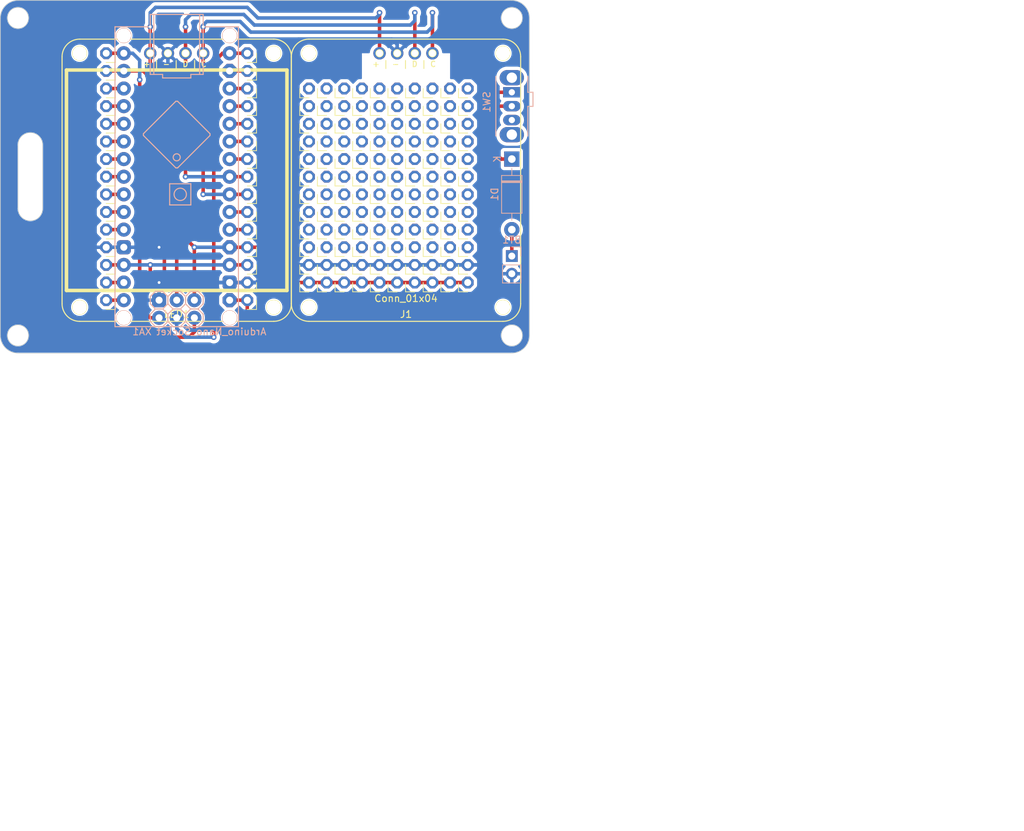
<source format=kicad_pcb>
(kicad_pcb (version 20221018) (generator pcbnew)
  (title_block (title "8x8_Badge") (date "2023-04-10") (rev "V1") (company "Maker's Asylum"))
  (layers (0 "F.Cu" signal) (31 "B.Cu" signal) (34 "B.Paste" user) (35 "F.Paste" user) (36 "B.SilkS" user "B.Silkscreen") (37 "F.SilkS" user "F.Silkscreen") (38 "B.Mask" user) (39 "F.Mask" user) (44 "Edge.Cuts" user))
  (net 0 "")
  (net 1 "/GND")
  (net 2 "/SCL")
  (net 3 "/SDA")
  (net 4 "/5V")
  (net 5 "/D2")
  (net 6 "/D3")
  (net 7 "/D4")
  (net 8 "/D5")
  (net 9 "/D6")
  (net 10 "/D7")
  (net 11 "/D8")
  (net 12 "/D9")
  (net 13 "/D10")
  (net 14 "/MOSI")
  (net 15 "/MISO")
  (net 16 "/SCK")
  (net 17 "/RST1")
  (net 18 "/D0")
  (net 19 "/D1")
  (net 20 "/A7")
  (net 21 "/A6")
  (net 22 "/A3")
  (net 23 "/A2")
  (net 24 "/A1")
  (net 25 "/A0")
  (net 26 "/AREF")
  (net 27 "/3V3")
  (net 28 "/VIN")
  (net 29 "/9V")
  (net 30 "/8V3")
  (footprint "BagTag:PinHeader_1x01_P2.54mm_Vertical" (layer "F.Cu") (at 102.87 71.12 90)
    (fp_text reference "J135" hide)
    (fp_text value "Conn_01x01" hide)
  )
  (footprint "BagTag:PinHeader_1x01_P2.54mm_Vertical" (layer "F.Cu") (at 118.11 91.44 90)
    (fp_text reference "J61" hide)
    (fp_text value "Conn_01x01" hide)
  )
  (footprint "BagTag:PinHeader_1x01_P2.54mm_Vertical" (layer "F.Cu") (at 115.57 93.98 90)
    (fp_text reference "J50" hide)
    (fp_text value "Conn_01x01" hide)
  )
  (footprint "BagTag:PinHeader_1x01_P2.54mm_Vertical" (layer "F.Cu") (at 66.04 88.9 180)
    (fp_text reference "J2" hide)
    (fp_text value "Conn_01x01_Pin" hide)
  )
  (footprint "BagTag:PinHeader_1x01_P2.54mm_Vertical" (layer "F.Cu") (at 115.57 71.12 90)
    (fp_text reference "J140" hide)
    (fp_text value "Conn_01x01" hide)
  )
  (footprint "BagTag:PinHeader_1x01_P2.54mm_Vertical" (layer "F.Cu") (at 100.33 73.66 90)
    (fp_text reference "J124" hide)
    (fp_text value "Conn_01x01" hide)
  )
  (footprint "BagTag:PinHeader_1x01_P2.54mm_Vertical" (layer "F.Cu") (at 66.04 99.06 180)
    (fp_text reference "J17" hide)
    (fp_text value "Conn_01x01_Pin" hide)
  )
  (footprint "BagTag:PinHeader_1x01_P2.54mm_Vertical" (layer "F.Cu") (at 100.33 93.98 90)
    (fp_text reference "J44" hide)
    (fp_text value "Conn_01x01" hide)
  )
  (footprint "BagTag:PinHeader_1x01_P2.54mm_Vertical" (layer "F.Cu") (at 113.03 88.9 90)
    (fp_text reference "J69" hide)
    (fp_text value "Conn_01x01" hide)
  )
  (footprint "BagTag:PinHeader_1x01_P2.54mm_Vertical" (layer "F.Cu") (at 97.79 86.36 90)
    (fp_text reference "J73" hide)
    (fp_text value "Conn_01x01" hide)
  )
  (footprint "BagTag:PinHeader_1x01_P2.54mm_Vertical" (layer "F.Cu") (at 66.04 68.58 180)
    (fp_text reference "J10" hide)
    (fp_text value "Conn_01x01_Pin" hide)
  )
  (footprint "BagTag:PinHeader_1x01_P2.54mm_Vertical" (layer "F.Cu") (at 113.03 91.44 90)
    (fp_text reference "J59" hide)
    (fp_text value "Conn_01x01" hide)
  )
  (footprint "BagTag:PinHeader_1x01_P2.54mm_Vertical" (layer "F.Cu") (at 118.11 96.52 90)
    (fp_text reference "J41" hide)
    (fp_text value "Conn_01x01" hide)
  )
  (footprint "BagTag:PinHeader_1x01_P2.54mm_Vertical" (layer "F.Cu") (at 110.49 88.9 90)
    (fp_text reference "J68" hide)
    (fp_text value "Conn_01x01" hide)
  )
  (footprint "BagTag:PinHeader_1x01_P2.54mm_Vertical" (layer "F.Cu") (at 105.41 78.74 90)
    (fp_text reference "J106" hide)
    (fp_text value "Conn_01x01" hide)
  )
  (footprint "BagTag:PinHeader_1x01_P2.54mm_Vertical" (layer "F.Cu") (at 86.36 99.06 180)
    (fp_text reference "J27" hide)
    (fp_text value "Conn_01x01_Pin" hide)
  )
  (footprint "BagTag:PinHeader_1x01_P2.54mm_Vertical" (layer "F.Cu") (at 102.87 81.28 90)
    (fp_text reference "J95" hide)
    (fp_text value "Conn_01x01" hide)
  )
  (footprint "BagTag:PinHeader_1x01_P2.54mm_Vertical" (layer "F.Cu") (at 86.36 73.66 180)
    (fp_text reference "J24" hide)
    (fp_text value "Conn_01x01_Pin" hide)
  )
  (footprint "BagTag:PinHeader_1x01_P2.54mm_Vertical" (layer "F.Cu") (at 66.04 96.52 180)
    (fp_text reference "J16" hide)
    (fp_text value "Conn_01x01_Pin" hide)
  )
  (footprint "BagTag:PinHeader_1x01_P2.54mm_Vertical" (layer "F.Cu") (at 107.95 86.36 90)
    (fp_text reference "J77" hide)
    (fp_text value "Conn_01x01" hide)
  )
  (footprint "BagTag:PinHeader_1x01_P2.54mm_Vertical" (layer "F.Cu") (at 113.03 78.74 90)
    (fp_text reference "J109" hide)
    (fp_text value "Conn_01x01" hide)
  )
  (footprint "BagTag:PinHeader_1x01_P2.54mm_Vertical" (layer "F.Cu") (at 113.03 71.12 90)
    (fp_text reference "J139" hide)
    (fp_text value "Conn_01x01" hide)
  )
  (footprint "BagTag:PinHeader_1x01_P2.54mm_Vertical" (layer "F.Cu") (at 97.79 73.66 90)
    (fp_text reference "J123" hide)
    (fp_text value "Conn_01x01" hide)
  )
  (footprint "BagTag:PinHeader_1x01_P2.54mm_Vertical" (layer "F.Cu") (at 66.04 81.28 180)
    (fp_text reference "J5" hide)
    (fp_text value "Conn_01x01_Pin" hide)
  )
  (footprint "BagTag:PinHeader_1x01_P2.54mm_Vertical" (layer "F.Cu") (at 110.49 81.28 90)
    (fp_text reference "J98" hide)
    (fp_text value "Conn_01x01" hide)
  )
  (footprint "BagTag:PinHeader_1x01_P2.54mm_Vertical" (layer "F.Cu") (at 102.87 83.82 90)
    (fp_text reference "J85" hide)
    (fp_text value "Conn_01x01" hide)
  )
  (footprint "BagTag:PinHeader_1x01_P2.54mm_Vertical" (layer "F.Cu") (at 110.49 86.36 90)
    (fp_text reference "J78" hide)
    (fp_text value "Conn_01x01" hide)
  )
  (footprint "BagTag:PinHeader_1x01_P2.54mm_Vertical" (layer "F.Cu") (at 95.25 81.28 90)
    (fp_text reference "J92" hide)
    (fp_text value "Conn_01x01" hide)
  )
  (footprint "BagTag:PinHeader_1x01_P2.54mm_Vertical" (layer "F.Cu") (at 105.41 68.58 90)
    (fp_text reference "J146" hide)
    (fp_text value "Conn_01x01" hide)
  )
  (footprint "BagTag:PinHeader_1x01_P2.54mm_Vertical" (layer "F.Cu") (at 66.04 63.5 180)
    (fp_text reference "J12" hide)
    (fp_text value "Conn_01x01_Pin" hide)
  )
  (footprint "BagTag:PinHeader_1x01_P2.54mm_Vertical" (layer "F.Cu") (at 100.33 86.36 90)
    (fp_text reference "J74" hide)
    (fp_text value "Conn_01x01" hide)
  )
  (footprint "BagTag:PinHeader_1x01_P2.54mm_Vertical" (layer "F.Cu") (at 110.49 91.44 90)
    (fp_text reference "J58" hide)
    (fp_text value "Conn_01x01" hide)
  )
  (footprint "BagTag:PinHeader_1x01_P2.54mm_Vertical" (layer "F.Cu") (at 115.57 73.66 90)
    (fp_text reference "J130" hide)
    (fp_text value "Conn_01x01" hide)
  )
  (footprint "BagTag:PinHeader_1x01_P2.54mm_Vertical" (layer "F.Cu") (at 113.03 81.28 90)
    (fp_text reference "J99" hide)
    (fp_text value "Conn_01x01" hide)
  )
  (footprint "BagTag:PinHeader_1x01_P2.54mm_Vertical" (layer "F.Cu") (at 107.95 78.74 90)
    (fp_text reference "J107" hide)
    (fp_text value "Conn_01x01" hide)
  )
  (footprint "BagTag:PinHeader_1x01_P2.54mm_Vertical" (layer "F.Cu") (at 107.95 76.2 90)
    (fp_text reference "J117" hide)
    (fp_text value "Conn_01x01" hide)
  )
  (footprint "BagTag:PinHeader_1x01_P2.54mm_Vertical" (layer "F.Cu") (at 115.57 91.44 90)
    (fp_text reference "J60" hide)
    (fp_text value "Conn_01x01" hide)
  )
  (footprint "BagTag:PinHeader_1x01_P2.54mm_Vertical" (layer "F.Cu") (at 100.33 68.58 90)
    (fp_text reference "J144" hide)
    (fp_text value "Conn_01x01" hide)
  )
  (footprint "BagTag:PinHeader_1x01_P2.54mm_Vertical" (layer "F.Cu") (at 66.04 86.36 180)
    (fp_text reference "J3" hide)
    (fp_text value "Conn_01x01_Pin" hide)
  )
  (footprint "BagTag:PinHeader_1x01_P2.54mm_Vertical" (layer "F.Cu") (at 97.79 76.2 90)
    (fp_text reference "J113" hide)
    (fp_text value "Conn_01x01" hide)
  )
  (footprint "BagTag:PinHeader_1x01_P2.54mm_Vertical" (layer "F.Cu") (at 115.57 83.82 90)
    (fp_text reference "J90" hide)
    (fp_text value "Conn_01x01" hide)
  )
  (footprint "BagTag:PinHeader_1x01_P2.54mm_Vertical" (layer "F.Cu") (at 105.41 96.52 90)
    (fp_text reference "J36" hide)
    (fp_text value "Conn_01x01" hide)
  )
  (footprint "BagTag:PinHeader_1x01_P2.54mm_Vertical" (layer "F.Cu") (at 113.03 73.66 90)
    (fp_text reference "J129" hide)
    (fp_text value "Conn_01x01" hide)
  )
  (footprint "BagTag:PinHeader_1x01_P2.54mm_Vertical" (layer "F.Cu") (at 107.95 73.66 90)
    (fp_text reference "J127" hide)
    (fp_text value "Conn_01x01" hide)
  )
  (footprint "BagTag:PinHeader_1x01_P2.54mm_Vertical" (layer "F.Cu") (at 105.41 71.12 90)
    (fp_text reference "J136" hide)
    (fp_text value "Conn_01x01" hide)
  )
  (footprint "BagTag:PinHeader_1x01_P2.54mm_Vertical" (layer "F.Cu") (at 66.04 93.98 180)
    (fp_text reference "J14" hide)
    (fp_text value "Conn_01x01_Pin" hide)
  )
  (footprint "BagTag:PinHeader_1x01_P2.54mm_Vertical" (layer "F.Cu") (at 107.95 68.58 90)
    (fp_text reference "J147" hide)
    (fp_text value "Conn_01x01" hide)
  )
  (footprint "BagTag:PinHeader_1x01_P2.54mm_Vertical" (layer "F.Cu") (at 66.04 91.44 180)
    (fp_text reference "J31" hide)
    (fp_text value "Conn_01x01_Pin" hide)
  )
  (footprint "BagTag:PinHeader_1x01_P2.54mm_Vertical" (layer "F.Cu") (at 107.95 83.82 90)
    (fp_text reference "J87" hide)
    (fp_text value "Conn_01x01" hide)
  )
  (footprint "BagTag:PinHeader_1x01_P2.54mm_Vertical" (layer "F.Cu") (at 105.41 88.9 90)
    (fp_text reference "J66" hide)
    (fp_text value "Conn_01x01" hide)
  )
  (footprint "BagTag:PinHeader_1x01_P2.54mm_Vertical" (layer "F.Cu") (at 110.49 68.58 90)
    (fp_text reference "J148" hide)
    (fp_text value "Conn_01x01" hide)
  )
  (footprint "BagTag:PinHeader_1x01_P2.54mm_Vertical" (layer "F.Cu") (at 105.41 76.2 90)
    (fp_text reference "J116" hide)
    (fp_text value "Conn_01x01" hide)
  )
  (footprint "BagTag:PinHeader_1x01_P2.54mm_Vertical" (layer "F.Cu") (at 95.25 73.66 90)
    (fp_text reference "J122" hide)
    (fp_text value "Conn_01x01" hide)
  )
  (footprint "BagTag:PinHeader_1x01_P2.54mm_Vertical" (layer "F.Cu") (at 113.03 76.2 90)
    (fp_text reference "J119" hide)
    (fp_text value "Conn_01x01" hide)
  )
  (footprint "BagTag:PinHeader_1x01_P2.54mm_Vertical" (layer "F.Cu") (at 97.79 71.12 90)
    (fp_text reference "J133" hide)
    (fp_text value "Conn_01x01" hide)
  )
  (footprint "BagTag:PinHeader_1x01_P2.54mm_Vertical" (layer "F.Cu") (at 95.25 68.58 90)
    (fp_text reference "J142" hide)
    (fp_text value "Conn_01x01" hide)
  )
  (footprint "BagTag:PinHeader_1x01_P2.54mm_Vertical" (layer "F.Cu") (at 110.49 76.2 90)
    (fp_text reference "J118" hide)
    (fp_text value "Conn_01x01" hide)
  )
  (footprint "BagTag:PinHeader_1x01_P2.54mm_Vertical" (layer "F.Cu") (at 86.36 91.44 180)
    (fp_text reference "J28" hide)
    (fp_text value "Conn_01x01_Pin" hide)
  )
  (footprint "BagTag:LED_matrix_8x8_proto" (layer "F.Cu") (at 109.22 63.5 -90)
    (fp_text reference "J1")
    (fp_text value "Conn_01x04")
  )
  (footprint "BagTag:PinHeader_1x01_P2.54mm_Vertical" (layer "F.Cu") (at 86.36 63.5 180)
    (fp_text reference "J13" hide)
    (fp_text value "Conn_01x01_Pin" hide)
  )
  (footprint "BagTag:LED_matrix_8x8" (layer "F.Cu") (at 76.2 63.5 -90)
    (fp_text reference "LED1")
    (fp_text value "~")
  )
  (footprint "BagTag:PinHeader_1x01_P2.54mm_Vertical" (layer "F.Cu") (at 102.87 93.98 90)
    (fp_text reference "J45" hide)
    (fp_text value "Conn_01x01" hide)
  )
  (footprint "BagTag:PinHeader_1x01_P2.54mm_Vertical" (layer "F.Cu") (at 110.49 83.82 90)
    (fp_text reference "J88" hide)
    (fp_text value "Conn_01x01" hide)
  )
  (footprint "BagTag:PinHeader_1x01_P2.54mm_Vertical" (layer "F.Cu") (at 102.87 73.66 90)
    (fp_text reference "J125" hide)
    (fp_text value "Conn_01x01" hide)
  )
  (footprint "BagTag:PinHeader_1x01_P2.54mm_Vertical" (layer "F.Cu") (at 107.95 91.44 90)
    (fp_text reference "J57" hide)
    (fp_text value "Conn_01x01" hide)
  )
  (footprint "BagTag:PinHeader_1x01_P2.54mm_Vertical" (layer "F.Cu") (at 86.36 88.9 180)
    (fp_text reference "J18" hide)
    (fp_text value "Conn_01x01_Pin" hide)
  )
  (footprint "BagTag:PinHeader_1x01_P2.54mm_Vertical" (layer "F.Cu") (at 113.03 93.98 90)
    (fp_text reference "J49" hide)
    (fp_text value "Conn_01x01" hide)
  )
  (footprint "BagTag:PinHeader_1x01_P2.54mm_Vertical" (layer "F.Cu") (at 118.11 93.98 90)
    (fp_text reference "J51" hide)
    (fp_text value "Conn_01x01" hide)
  )
  (footprint "BagTag:PinHeader_1x01_P2.54mm_Vertical" (layer "F.Cu") (at 105.41 83.82 90)
    (fp_text reference "J86" hide)
    (fp_text value "Conn_01x01" hide)
  )
  (footprint "BagTag:PinHeader_1x01_P2.54mm_Vertical" (layer "F.Cu") (at 97.79 81.28 90)
    (fp_text reference "J93" hide)
    (fp_text value "Conn_01x01" hide)
  )
  (footprint "BagTag:PinHeader_1x01_P2.54mm_Vertical" (layer "F.Cu") (at 95.25 91.44 90)
    (fp_text reference "J52" hide)
    (fp_text value "Conn_01x01" hide)
  )
  (footprint "BagTag:PinHeader_1x01_P2.54mm_Vertical" (layer "F.Cu") (at 118.11 88.9 90)
    (fp_text reference "J71" hide)
    (fp_text value "Conn_01x01" hide)
  )
  (footprint "BagTag:PinHeader_1x01_P2.54mm_Vertical" (layer "F.Cu") (at 115.57 81.28 90)
    (fp_text reference "J100" hide)
    (fp_text value "Conn_01x01" hide)
  )
  (footprint "BagTag:PinHeader_1x01_P2.54mm_Vertical" (layer "F.Cu") (at 86.36 68.58 180)
    (fp_text reference "J26" hide)
    (fp_text value "Conn_01x01_Pin" hide)
  )
  (footprint "BagTag:PinHeader_1x01_P2.54mm_Vertical" (layer "F.Cu") (at 115.57 86.36 90)
    (fp_text reference "J80" hide)
    (fp_text value "Conn_01x01" hide)
  )
  (footprint "BagTag:PinHeader_1x01_P2.54mm_Vertical" (layer "F.Cu") (at 118.11 86.36 90)
    (fp_text reference "J81" hide)
    (fp_text value "Conn_01x01" hide)
  )
  (footprint "BagTag:PinHeader_1x01_P2.54mm_Vertical" (layer "F.Cu") (at 118.11 73.66 90)
    (fp_text reference "J131" hide)
    (fp_text value "Conn_01x01" hide)
  )
  (footprint "BagTag:PinHeader_1x01_P2.54mm_Vertical" (layer "F.Cu") (at 95.25 76.2 90)
    (fp_text reference "J112" hide)
    (fp_text value "Conn_01x01" hide)
  )
  (footprint "BagTag:PinHeader_1x01_P2.54mm_Vertical" (layer "F.Cu") (at 95.25 83.82 90)
    (fp_text reference "J82" hide)
    (fp_text value "Conn_01x01" hide)
  )
  (footprint "BagTag:PinHeader_1x01_P2.54mm_Vertical" (layer "F.Cu") (at 118.11 78.74 90)
    (fp_text reference "J111" hide)
    (fp_text value "Conn_01x01" hide)
  )
  (footprint "BagTag:PinHeader_1x01_P2.54mm_Vertical" (layer "F.Cu") (at 100.33 83.82 90)
    (fp_text reference "J84" hide)
    (fp_text value "Conn_01x01" hide)
  )
  (footprint "BagTag:PinHeader_1x01_P2.54mm_Vertical" (layer "F.Cu") (at 110.49 73.66 90)
    (fp_text reference "J128" hide)
    (fp_text value "Conn_01x01" hide)
  )
  (footprint "BagTag:PinHeader_1x01_P2.54mm_Vertical" (layer "F.Cu") (at 102.87 91.44 90)
    (fp_text reference "J55" hide)
    (fp_text value "Conn_01x01" hide)
  )
  (footprint "BagTag:PinHeader_1x01_P2.54mm_Vertical" (layer "F.Cu") (at 100.33 71.12 90)
    (fp_text reference "J134" hide)
    (fp_text value "Conn_01x01" hide)
  )
  (footprint "BagTag:PinHeader_1x01_P2.54mm_Vertical" (layer "F.Cu") (at 102.87 68.58 90)
    (fp_text reference "J145" hide)
    (fp_text value "Conn_01x01" hide)
  )
  (footprint "BagTag:PinHeader_1x01_P2.54mm_Vertical" (layer "F.Cu") (at 100.33 88.9 90)
    (fp_text reference "J64" hide)
    (fp_text value "Conn_01x01" hide)
  )
  (footprint "BagTag:PinHeader_1x01_P2.54mm_Vertical" (layer "F.Cu") (at 118.11 71.12 90)
    (fp_text reference "J141" hide)
    (fp_text value "Conn_01x01" hide)
  )
  (footprint "BagTag:PinHeader_1x01_P2.54mm_Vertical" (layer "F.Cu") (at 107.95 93.98 90)
    (fp_text reference "J47" hide)
    (fp_text value "Conn_01x01" hide)
  )
  (footprint "BagTag:PinHeader_1x01_P2.54mm_Vertical" (layer "F.Cu") (at 86.36 81.28 180)
    (fp_text reference "J21" hide)
    (fp_text value "Conn_01x01_Pin" hide)
  )
  (footprint "BagTag:PinHeader_1x01_P2.54mm_Vertical" (layer "F.Cu") (at 100.33 76.2 90)
    (fp_text reference "J114" hide)
    (fp_text value "Conn_01x01" hide)
  )
  (footprint "BagTag:PinHeader_1x01_P2.54mm_Vertical" (layer "F.Cu") (at 97.79 83.82 90)
    (fp_text reference "J83" hide)
    (fp_text value "Conn_01x01" hide)
  )
  (footprint "BagTag:PinHeader_1x01_P2.54mm_Vertical" (layer "F.Cu") (at 66.04 71.12 180)
    (fp_text reference "J9" hide)
    (fp_text value "Conn_01x01_Pin" hide)
  )
  (footprint "BagTag:PinHeader_1x01_P2.54mm_Vertical" (layer "F.Cu") (at 66.04 83.82 180)
    (fp_text reference "J4" hide)
    (fp_text value "Conn_01x01_Pin" hide)
  )
  (footprint "BagTag:PinHeader_1x01_P2.54mm_Vertical" (layer "F.Cu") (at 97.79 91.44 90)
    (fp_text reference "J53" hide)
    (fp_text value "Conn_01x01" hide)
  )
  (footprint "BagTag:PinHeader_1x01_P2.54mm_Vertical" (layer "F.Cu") (at 100.33 81.28 90)
    (fp_text reference "J94" hide)
    (fp_text value "Conn_01x01" hide)
  )
  (footprint "BagTag:PinHeader_1x01_P2.54mm_Vertical" (layer "F.Cu") (at 105.41 91.44 90)
    (fp_text reference "J56" hide)
    (fp_text value "Conn_01x01" hide)
  )
  (footprint "BagTag:PinHeader_1x01_P2.54mm_Vertical" (layer "F.Cu") (at 86.36 93.98 180)
    (fp_text reference "J15" hide)
    (fp_text value "Conn_01x01_Pin" hide)
  )
  (footprint "BagTag:PinHeader_1x01_P2.54mm_Vertical" (layer "F.Cu") (at 107.95 96.52 90)
    (fp_text reference "J37" hide)
    (fp_text value "Conn_01x01" hide)
  )
  (footprint "BagTag:PinHeader_1x01_P2.54mm_Vertical" (layer "F.Cu") (at 66.04 73.66 180)
    (fp_text reference "J8" hide)
    (fp_text value "Conn_01x01_Pin" hide)
  )
  (footprint "BagTag:PinHeader_1x01_P2.54mm_Vertical" (layer "F.Cu") (at 113.03 83.82 90)
    (fp_text reference "J89" hide)
    (fp_text value "Conn_01x01" hide)
  )
  (footprint "BagTag:PinHeader_1x01_P2.54mm_Vertical" (layer "F.Cu") (at 105.41 93.98 90)
    (fp_text reference "J46" hide)
    (fp_text value "Conn_01x01" hide)
  )
  (footprint "BagTag:PinHeader_1x01_P2.54mm_Vertical" (layer "F.Cu") (at 95.25 93.98 90)
    (fp_text reference "J42" hide)
    (fp_text value "Conn_01x01" hide)
  )
  (footprint "BagTag:PinHeader_1x01_P2.54mm_Vertical" (layer "F.Cu") (at 86.36 96.52 180)
    (fp_text reference "J30" hide)
    (fp_text value "Conn_01x01_Pin" hide)
  )
  (footprint "BagTag:PinHeader_1x01_P2.54mm_Vertical" (layer "F.Cu") (at 86.36 71.12 180)
    (fp_text reference "J25" hide)
    (fp_text value "Conn_01x01_Pin" hide)
  )
  (footprint "BagTag:PinHeader_1x01_P2.54mm_Vertical" (layer "F.Cu") (at 95.25 88.9 90)
    (fp_text reference "J62" hide)
    (fp_text value "Conn_01x01" hide)
  )
  (footprint "BagTag:PinHeader_1x01_P2.54mm_Vertical" (layer "F.Cu") (at 100.33 96.52 90)
    (fp_text reference "J34" hide)
    (fp_text value "Conn_01x01" hide)
  )
  (footprint "BagTag:PinHeader_1x01_P2.54mm_Vertical" (layer "F.Cu") (at 118.11 83.82 90)
    (fp_text reference "J91" hide)
    (fp_text value "Conn_01x01" hide)
  )
  (footprint "BagTag:PinHeader_1x01_P2.54mm_Vertical" (layer "F.Cu") (at 107.95 71.12 90)
    (fp_text reference "J137" hide)
    (fp_text value "Conn_01x01" hide)
  )
  (footprint "BagTag:PinHeader_1x01_P2.54mm_Vertical" (layer "F.Cu") (at 102.87 96.52 90)
    (fp_text reference "J35" hide)
    (fp_text value "Conn_01x01" hide)
  )
  (footprint "BagTag:PinHeader_1x01_P2.54mm_Vertical" (layer "F.Cu") (at 118.11 68.58 90)
    (fp_text reference "J151" hide)
    (fp_text value "Conn_01x01" hide)
  )
  (footprint "BagTag:PinHeader_1x01_P2.54mm_Vertical" (layer "F.Cu") (at 110.49 71.12 90)
    (fp_text reference "J138" hide)
    (fp_text value "Conn_01x01" hide)
  )
  (footprint "BagTag:PinHeader_1x01_P2.54mm_Vertical" (layer "F.Cu") (at 86.36 86.36 180)
    (fp_text reference "J19" hide)
    (fp_text value "Conn_01x01_Pin" hide)
  )
  (footprint "BagTag:PinHeader_1x01_P2.54mm_Vertical" (layer "F.Cu") (at 97.79 96.52 90)
    (fp_text reference "J33" hide)
    (fp_text value "Conn_01x01" hide)
  )
  (footprint "BagTag:PinHeader_1x01_P2.54mm_Vertical" (layer "F.Cu") (at 97.79 78.74 90)
    (fp_text reference "J103" hide)
    (fp_text value "Conn_01x01" hide)
  )
  (footprint "BagTag:PinHeader_1x01_P2.54mm_Vertical" (layer "F.Cu") (at 97.79 93.98 90)
    (fp_text reference "J43" hide)
    (fp_text value "Conn_01x01" hide)
  )
  (footprint "BagTag:PinHeader_1x01_P2.54mm_Vertical" (layer "F.Cu") (at 107.95 88.9 90)
    (fp_text reference "J67" hide)
    (fp_text value "Conn_01x01" hide)
  )
  (footprint "BagTag:PinHeader_1x01_P2.54mm_Vertical" (layer "F.Cu") (at 86.36 66.04 180)
    (fp_text reference "J29" hide)
    (fp_text value "Conn_01x01_Pin" hide)
  )
  (footprint "BagTag:PinHeader_1x01_P2.54mm_Vertical" (layer "F.Cu") (at 86.36 78.74 180)
    (fp_text reference "J22" hide)
    (fp_text value "Conn_01x01_Pin" hide)
  )
  (footprint "BagTag:PinHeader_1x01_P2.54mm_Vertical" (layer "F.Cu") (at 115.57 96.52 90)
    (fp_text reference "J40" hide)
    (fp_text value "Conn_01x01" hide)
  )
  (footprint "BagTag:PinHeader_1x01_P2.54mm_Vertical" (layer "F.Cu") (at 115.57 88.9 90)
    (fp_text reference "J70" hide)
    (fp_text value "Conn_01x01" hide)
  )
  (footprint "BagTag:PinHeader_1x01_P2.54mm_Vertical" (layer "F.Cu") (at 95.25 78.74 90)
    (fp_text reference "J102" hide)
    (fp_text value "Conn_01x01" hide)
  )
  (footprint "BagTag:PinHeader_1x01_P2.54mm_Vertical" (layer "F.Cu") (at 97.79 68.58 90)
    (fp_text reference "J143" hide)
    (fp_text value "Conn_01x01" hide)
  )
  (footprint "BagTag:PinHeader_1x01_P2.54mm_Vertical" (layer "F.Cu") (at 102.87 78.74 90)
    (fp_text reference "J105" hide)
    (fp_text value "Conn_01x01" hide)
  )
  (footprint "BagTag:PinHeader_1x01_P2.54mm_Vertical" (layer "F.Cu") (at 66.04 76.2 180)
    (fp_text reference "J7" hide)
    (fp_text value "Conn_01x01_Pin" hide)
  )
  (footprint "BagTag:PinHeader_1x01_P2.54mm_Vertical" (layer "F.Cu") (at 115.57 76.2 90)
    (fp_text reference "J120" hide)
    (fp_text value "Conn_01x01" hide)
  )
  (footprint "BagTag:PinHeader_1x01_P2.54mm_Vertical" (layer "F.Cu") (at 113.03 68.58 90)
    (fp_text reference "J149" hide)
    (fp_text value "Conn_01x01" hide)
  )
  (footprint "BagTag:PinHeader_1x01_P2.54mm_Vertical" (layer "F.Cu") (at 110.49 96.52 90)
    (fp_text reference "J38" hide)
    (fp_text value "Conn_01x01" hide)
  )
  (footprint "BagTag:PinHeader_1x01_P2.54mm_Vertical" (layer "F.Cu") (at 118.11 76.2 90)
    (fp_text reference "J121" hide)
    (fp_text value "Conn_01x01" hide)
  )
  (footprint "BagTag:PinHeader_1x01_P2.54mm_Vertical" (layer "F.Cu") (at 100.33 78.74 90)
    (fp_text reference "J104" hide)
    (fp_text value "Conn_01x01" hide)
  )
  (footprint "BagTag:PinHeader_1x01_P2.54mm_Vertical" (layer "F.Cu") (at 105.41 81.28 90)
    (fp_text reference "J96" hide)
    (fp_text value "Conn_01x01" hide)
  )
  (footprint "BagTag:PinHeader_1x01_P2.54mm_Vertical" (layer "F.Cu") (at 100.33 91.44 90)
    (fp_text reference "J54" hide)
    (fp_text value "Conn_01x01" hide)
  )
  (footprint "BagTag:PinHeader_1x01_P2.54mm_Vertical" (layer "F.Cu") (at 105.41 73.66 90)
    (fp_text reference "J126" hide)
    (fp_text value "Conn_01x01" hide)
  )
  (footprint "BagTag:PinHeader_1x01_P2.54mm_Vertical" (layer "F.Cu") (at 113.03 96.52 90)
    (fp_text reference "J39" hide)
    (fp_text value "Conn_01x01" hide)
  )
  (footprint "BagTag:PinHeader_1x01_P2.54mm_Vertical" (layer "F.Cu") (at 107.95 81.28 90)
    (fp_text reference "J97" hide)
    (fp_text value "Conn_01x01" hide)
  )
  (footprint "BagTag:PinHeader_1x01_P2.54mm_Vertical" (layer "F.Cu") (at 110.49 93.98 90)
    (fp_text reference "J48" hide)
    (fp_text value "Conn_01x01" hide)
  )
  (footprint "BagTag:PinHeader_1x01_P2.54mm_Vertical" (layer "F.Cu") (at 115.57 78.74 90)
    (fp_text reference "J110" hide)
    (fp_text value "Conn_01x01" hide)
  )
  (footprint "BagTag:PinHeader_1x01_P2.54mm_Vertical" (layer "F.Cu") (at 115.57 68.58 90)
    (fp_text reference "J150" hide)
    (fp_text value "Conn_01x01" hide)
  )
  (footprint "BagTag:PinHeader_1x01_P2.54mm_Vertical" (layer "F.Cu") (at 97.79 88.9 90)
    (fp_text reference "J63" hide)
    (fp_text value "Conn_01x01" hide)
  )
  (footprint "BagTag:PinHeader_1x01_P2.54mm_Vertical" (layer "F.Cu") (at 86.36 83.82 180)
    (fp_text reference "J20" hide)
    (fp_text value "Conn_01x01_Pin" hide)
  )
  (footprint "BagTag:PinHeader_1x01_P2.54mm_Vertical" (layer "F.Cu") (at 110.49 78.74 90)
    (fp_text reference "J108" hide)
    (fp_text value "Conn_01x01" hide)
  )
  (footprint "BagTag:PinHeader_1x01_P2.54mm_Vertical" (layer "F.Cu") (at 118.11 81.28 90)
    (fp_text reference "J101" hide)
    (fp_text value "Conn_01x01" hide)
  )
  (footprint "BagTag:PinHeader_1x01_P2.54mm_Vertical" (layer "F.Cu") (at 102.87 86.36 90)
    (fp_text reference "J75" hide)
    (fp_text value "Conn_01x01" hide)
  )
  (footprint "BagTag:PinHeader_1x01_P2.54mm_Vertical" (layer "F.Cu") (at 86.36 76.2 180)
    (fp_text reference "J23" hide)
    (fp_text value "Conn_01x01_Pin" hide)
  )
  (footprint "BagTag:PinHeader_1x01_P2.54mm_Vertical" (layer "F.Cu") (at 66.04 78.74 180)
    (fp_text reference "J6" hide)
    (fp_text value "Conn_01x01_Pin" hide)
  )
  (footprint "BagTag:PinHeader_1x01_P2.54mm_Vertical" (layer "F.Cu") (at 102.87 88.9 90)
    (fp_text reference "J65" hide)
    (fp_text value "Conn_01x01" hide)
  )
  (footprint "BagTag:PinHeader_1x01_P2.54mm_Vertical" (layer "F.Cu") (at 95.25 71.12 90)
    (fp_text reference "J132" hide)
    (fp_text value "Conn_01x01" hide)
  )
  (footprint "BagTag:PinHeader_1x01_P2.54mm_Vertical" (layer "F.Cu") (at 105.41 86.36 90)
    (fp_text reference "J76" hide)
    (fp_text value "Conn_01x01" hide)
  )
  (footprint "BagTag:PinHeader_1x01_P2.54mm_Vertical" (layer "F.Cu") (at 66.04 66.04 180)
    (fp_text reference "J11" hide)
    (fp_text value "Conn_01x01_Pin" hide)
  )
  (footprint "BagTag:PinHeader_1x01_P2.54mm_Vertical" (layer "F.Cu") (at 113.03 86.36 90)
    (fp_text reference "J79" hide)
    (fp_text value "Conn_01x01" hide)
  )
  (footprint "BagTag:PinHeader_1x01_P2.54mm_Vertical" (layer "F.Cu") (at 102.87 76.2 90)
    (fp_text reference "J115" hide)
    (fp_text value "Conn_01x01" hide)
  )
  (footprint "BagTag:PinHeader_1x01_P2.54mm_Vertical" (layer "F.Cu") (at 95.25 86.36 90)
    (fp_text reference "J72" hide)
    (fp_text value "Conn_01x01" hide)
  )
  (footprint "BagTag:PinHeader_1x01_P2.54mm_Vertical" (layer "F.Cu") (at 95.25 96.52 90)
    (fp_text reference "J32" hide)
    (fp_text value "Conn_01x01" hide)
  )
  (footprint "BagTag:PinHeader_1x02_P2.54mm_Vertical" (layer "B.Cu") (at 124.46 92.71 180)
    (fp_text reference "BT1")
    (fp_text value "Bat")
  )
  (footprint "BagTag:Arduino_Nano_v2" (layer "B.Cu") (at 76.2 101.6)
    (fp_text reference "XA1")
    (fp_text value "Arduino_Nano_Socket")
  )
  (footprint "BagTag:SW_CuK_OS102011MA1QN1_SPDT_Angled" (layer "B.Cu") (at 124.46 69.12 -90)
    (fp_text reference "SW1")
    (fp_text value "ON")
  )
  (footprint "BagTag:D_DO-41_SOD81_P10.16mm_Horizontal" (layer "B.Cu") (at 124.46 78.74 -90)
    (fp_text reference "D1")
    (fp_text value "1N4001")
  )
  (gr_arc (start 124.46 55.88) (mid 126.256051 56.623949) (end 127 58.42) (stroke (width 0.1)) (layer "Edge.Cuts"))
  (gr_arc (start 50.8 58.42) (mid 51.543949 56.623949) (end 53.34 55.88) (stroke (width 0.1)) (layer "Edge.Cuts"))
  (gr_circle (center 124.46 58.42) (end 125.984 58.42) (stroke (width 0.1)) (fill none) (layer "Edge.Cuts"))
  (gr_line (start 56.896 85.852) (end 56.896 76.708) (stroke (width 0.1)) (layer "Edge.Cuts"))
  (gr_line (start 53.34 55.88) (end 124.46 55.88) (stroke (width 0.1)) (layer "Edge.Cuts"))
  (gr_arc (start 56.896 85.852) (mid 55.118 87.63) (end 53.34 85.852) (stroke (width 0.1)) (layer "Edge.Cuts"))
  (gr_arc (start 53.34 76.708) (mid 55.118 74.93) (end 56.896 76.708) (stroke (width 0.1)) (layer "Edge.Cuts"))
  (gr_arc (start 53.34 106.68) (mid 51.543949 105.936051) (end 50.8 104.14) (stroke (width 0.1)) (layer "Edge.Cuts"))
  (gr_arc (start 127 104.14) (mid 126.256051 105.936051) (end 124.46 106.68) (stroke (width 0.1)) (layer "Edge.Cuts"))
  (gr_circle (center 53.34 104.14) (end 54.864 104.14) (stroke (width 0.1)) (fill none) (layer "Edge.Cuts"))
  (gr_line (start 124.46 106.68) (end 53.34 106.68) (stroke (width 0.1)) (layer "Edge.Cuts"))
  (gr_line (start 127 58.42) (end 127 104.14) (stroke (width 0.1)) (layer "Edge.Cuts"))
  (gr_circle (center 124.46 104.14) (end 125.984 104.14) (stroke (width 0.1)) (fill none) (layer "Edge.Cuts"))
  (gr_circle (center 53.34 58.42) (end 54.864 58.42) (stroke (width 0.1)) (fill none) (layer "Edge.Cuts"))
  (gr_line (start 53.34 76.708) (end 53.34 85.852) (stroke (width 0.1)) (layer "Edge.Cuts"))
  (gr_line (start 50.8 104.14) (end 50.8 58.42) (stroke (width 0.1)) (layer "Edge.Cuts"))
  (segment (start 74.422 95.758) (end 74.422 92.202) (width 0.508) (layer "F.Cu") (net 1))
  (segment (start 74.422 92.202) (end 73.66 91.44) (width 0.508) (layer "F.Cu") (net 1))
  (segment (start 83.82 96.52) (end 86.36 96.52) (width 0.508) (layer "F.Cu") (net 1))
  (segment (start 68.58 91.44) (end 66.04 91.44) (width 0.508) (layer "F.Cu") (net 1))
  (segment (start 73.66 96.52) (end 74.422 95.758) (width 0.508) (layer "F.Cu") (net 1))
  (segment (start 73.66 99.06) (end 73.66 96.52) (width 0.508) (layer "F.Cu") (net 1))
  (via (at 73.66 91.44) (size 0.8) (drill 0.4) (layers "F.Cu" "B.Cu") (net 1))
  (via (at 73.66 96.52) (size 0.8) (drill 0.4) (layers "F.Cu" "B.Cu") (net 1))
  (segment (start 121.158 95.25) (end 119.888 93.98) (width 0.508) (layer "B.Cu") (net 1))
  (segment (start 95.25 93.98) (end 90.17 93.98) (width 0.508) (layer "B.Cu") (net 1))
  (segment (start 100.33 93.98) (end 102.87 93.98) (width 0.508) (layer "B.Cu") (net 1))
  (segment (start 113.03 93.98) (end 115.57 93.98) (width 0.508) (layer "B.Cu") (net 1))
  (segment (start 83.82 96.52) (end 73.66 96.52) (width 0.508) (layer "B.Cu") (net 1))
  (segment (start 107.95 93.98) (end 110.49 93.98) (width 0.508) (layer "B.Cu") (net 1))
  (segment (start 107.95 62.23) (end 107.95 63.5) (width 0.508) (layer "B.Cu") (net 1))
  (segment (start 107.188 61.468) (end 107.95 62.23) (width 0.508) (layer "B.Cu") (net 1))
  (segment (start 110.49 93.98) (end 113.03 93.98) (width 0.508) (layer "B.Cu") (net 1))
  (segment (start 87.63 96.52) (end 86.36 96.52) (width 0.508) (layer "B.Cu") (net 1))
  (segment (start 90.17 68.58) (end 92.71 66.04) (width 0.508) (layer "B.Cu") (net 1))
  (segment (start 73.66 91.44) (end 68.58 91.44) (width 0.508) (layer "B.Cu") (net 1))
  (segment (start 74.93 90.17) (end 73.66 91.44) (width 0.508) (layer "B.Cu") (net 1))
  (segment (start 124.46 95.25) (end 121.158 95.25) (width 0.508) (layer "B.Cu") (net 1))
  (segment (start 102.87 93.98) (end 105.41 93.98) (width 0.508) (layer "B.Cu") (net 1))
  (segment (start 95.25 93.98) (end 97.79 93.98) (width 0.508) (layer "B.Cu") (net 1))
  (segment (start 92.71 66.04) (end 92.71 62.484) (width 0.508) (layer "B.Cu") (net 1))
  (segment (start 90.17 93.98) (end 90.17 68.58) (width 0.508) (layer "B.Cu") (net 1))
  (segment (start 90.17 93.98) (end 87.63 96.52) (width 0.508) (layer "B.Cu") (net 1))
  (segment (start 74.93 63.5) (end 74.93 90.17) (width 0.508) (layer "B.Cu") (net 1))
  (segment (start 92.71 62.484) (end 93.726 61.468) (width 0.508) (layer "B.Cu") (net 1))
  (segment (start 105.41 93.98) (end 107.95 93.98) (width 0.508) (layer "B.Cu") (net 1))
  (segment (start 93.726 61.468) (end 107.188 61.468) (width 0.508) (layer "B.Cu") (net 1))
  (segment (start 97.79 93.98) (end 100.33 93.98) (width 0.508) (layer "B.Cu") (net 1))
  (segment (start 118.11 93.98) (end 119.888 93.98) (width 0.508) (layer "B.Cu") (net 1))
  (segment (start 115.57 93.98) (end 118.11 93.98) (width 0.508) (layer "B.Cu") (net 1))
  (segment (start 80.01 63.5) (end 80.01 59.69) (width 0.508) (layer "F.Cu") (net 2))
  (segment (start 80.01 63.5) (end 80.01 83.82) (width 0.508) (layer "F.Cu") (net 2))
  (segment (start 83.82 83.82) (end 86.36 83.82) (width 0.508) (layer "F.Cu") (net 2))
  (segment (start 113.03 63.5) (end 113.03 57.658) (width 0.508) (layer "F.Cu") (net 2))
  (via (at 80.01 59.69) (size 0.8) (drill 0.4) (layers "F.Cu" "B.Cu") (net 2))
  (via (at 113.03 57.658) (size 0.8) (drill 0.4) (layers "F.Cu" "B.Cu") (net 2))
  (via (at 80.01 83.82) (size 0.8) (drill 0.4) (layers "F.Cu" "B.Cu") (net 2))
  (segment (start 113.03 59.69) (end 112.268 60.452) (width 0.508) (layer "B.Cu") (net 2))
  (segment (start 85.344 58.928) (end 80.518 58.928) (width 0.508) (layer "B.Cu") (net 2))
  (segment (start 112.268 60.452) (end 86.868 60.452) (width 0.508) (layer "B.Cu") (net 2))
  (segment (start 80.01 59.436) (end 80.01 59.69) (width 0.508) (layer "B.Cu") (net 2))
  (segment (start 80.518 58.928) (end 80.01 59.436) (width 0.508) (layer "B.Cu") (net 2))
  (segment (start 80.01 83.82) (end 83.82 83.82) (width 0.508) (layer "B.Cu") (net 2))
  (segment (start 113.03 57.658) (end 113.03 59.69) (width 0.508) (layer "B.Cu") (net 2))
  (segment (start 86.868 60.452) (end 85.344 58.928) (width 0.508) (layer "B.Cu") (net 2))
  (segment (start 77.47 63.5) (end 77.47 59.69) (width 0.508) (layer "F.Cu") (net 3))
  (segment (start 77.47 63.5) (end 77.47 81.28) (width 0.508) (layer "F.Cu") (net 3))
  (segment (start 110.49 57.658) (end 110.49 63.5) (width 0.508) (layer "F.Cu") (net 3))
  (segment (start 86.36 81.28) (end 83.82 81.28) (width 0.508) (layer "F.Cu") (net 3))
  (via (at 110.49 57.658) (size 0.8) (drill 0.4) (layers "F.Cu" "B.Cu") (net 3))
  (via (at 77.47 59.69) (size 0.8) (drill 0.4) (layers "F.Cu" "B.Cu") (net 3))
  (via (at 77.47 81.28) (size 0.8) (drill 0.4) (layers "F.Cu" "B.Cu") (net 3))
  (segment (start 78.232 57.912) (end 77.47 58.674) (width 0.508) (layer "B.Cu") (net 3))
  (segment (start 109.855 59.436) (end 87.376 59.436) (width 0.508) (layer "B.Cu") (net 3))
  (segment (start 77.47 58.674) (end 77.47 59.69) (width 0.508) (layer "B.Cu") (net 3))
  (segment (start 77.47 81.28) (end 83.82 81.28) (width 0.508) (layer "B.Cu") (net 3))
  (segment (start 85.852 57.912) (end 78.232 57.912) (width 0.508) (layer "B.Cu") (net 3))
  (segment (start 87.376 59.436) (end 85.852 57.912) (width 0.508) (layer "B.Cu") (net 3))
  (segment (start 110.49 58.801) (end 109.855 59.436) (width 0.508) (layer "B.Cu") (net 3))
  (segment (start 110.49 57.658) (end 110.49 58.801) (width 0.508) (layer "B.Cu") (net 3))
  (segment (start 72.39 63.5) (end 72.39 59.69) (width 0.508) (layer "F.Cu") (net 4))
  (segment (start 74.168 86.868) (end 74.168 67.056) (width 0.508) (layer "F.Cu") (net 4))
  (segment (start 115.57 96.52) (end 113.03 96.52) (width 0.508) (layer "F.Cu") (net 4))
  (segment (start 105.41 57.658) (end 105.41 63.5) (width 0.508) (layer "F.Cu") (net 4))
  (segment (start 107.95 96.52) (end 105.41 96.52) (width 0.508) (layer "F.Cu") (net 4))
  (segment (start 97.79 96.52) (end 95.25 96.52) (width 0.508) (layer "F.Cu") (net 4))
  (segment (start 91.44 96.52) (end 95.25 96.52) (width 0.508) (layer "F.Cu") (net 4))
  (segment (start 90.678 95.758) (end 91.44 96.52) (width 0.508) (layer "F.Cu") (net 4))
  (segment (start 118.11 96.52) (end 115.57 96.52) (width 0.508) (layer "F.Cu") (net 4))
  (segment (start 90.678 92.202) (end 90.678 95.758) (width 0.508) (layer "F.Cu") (net 4))
  (segment (start 89.916 91.44) (end 90.678 92.202) (width 0.508) (layer "F.Cu") (net 4))
  (segment (start 74.168 67.056) (end 72.39 65.278) (width 0.508) (layer "F.Cu") (net 4))
  (segment (start 110.49 96.52) (end 107.95 96.52) (width 0.508) (layer "F.Cu") (net 4))
  (segment (start 78.74 91.44) (end 78.74 99.06) (width 0.508) (layer "F.Cu") (net 4))
  (segment (start 102.87 96.52) (end 100.33 96.52) (width 0.508) (layer "F.Cu") (net 4))
  (segment (start 113.03 96.52) (end 110.49 96.52) (width 0.508) (layer "F.Cu") (net 4))
  (segment (start 105.41 96.52) (end 102.87 96.52) (width 0.508) (layer "F.Cu") (net 4))
  (segment (start 72.39 65.278) (end 72.39 63.5) (width 0.508) (layer "F.Cu") (net 4))
  (segment (start 83.82 91.44) (end 86.36 91.44) (width 0.508) (layer "F.Cu") (net 4))
  (segment (start 100.33 96.52) (end 97.79 96.52) (width 0.508) (layer "F.Cu") (net 4))
  (segment (start 78.74 91.44) (end 74.168 86.868) (width 0.508) (layer "F.Cu") (net 4))
  (segment (start 86.36 91.44) (end 89.916 91.44) (width 0.508) (layer "F.Cu") (net 4))
  (via (at 72.39 59.69) (size 0.8) (drill 0.4) (layers "F.Cu" "B.Cu") (net 4))
  (via (at 105.41 57.658) (size 0.8) (drill 0.4) (layers "F.Cu" "B.Cu") (net 4))
  (via (at 78.74 91.44) (size 0.8) (drill 0.4) (layers "F.Cu" "B.Cu") (net 4))
  (segment (start 87.884 58.42) (end 104.902 58.42) (width 0.508) (layer "B.Cu") (net 4))
  (segment (start 73.152 56.896) (end 86.36 56.896) (width 0.508) (layer "B.Cu") (net 4))
  (segment (start 83.82 91.44) (end 78.74 91.44) (width 0.508) (layer "B.Cu") (net 4))
  (segment (start 86.36 56.896) (end 87.884 58.42) (width 0.508) (layer "B.Cu") (net 4))
  (segment (start 72.39 57.658) (end 73.152 56.896) (width 0.508) (layer "B.Cu") (net 4))
  (segment (start 105.41 57.912) (end 105.41 57.658) (width 0.508) (layer "B.Cu") (net 4))
  (segment (start 104.902 58.42) (end 105.41 57.912) (width 0.508) (layer "B.Cu") (net 4))
  (segment (start 72.39 59.69) (end 72.39 57.658) (width 0.508) (layer "B.Cu") (net 4))
  (segment (start 68.58 88.9) (end 66.04 88.9) (width 0.508) (layer "F.Cu") (net 5))
  (segment (start 68.58 86.36) (end 66.04 86.36) (width 0.508) (layer "F.Cu") (net 6))
  (segment (start 68.58 83.82) (end 66.04 83.82) (width 0.508) (layer "F.Cu") (net 7))
  (segment (start 68.58 81.28) (end 66.04 81.28) (width 0.508) (layer "F.Cu") (net 8))
  (segment (start 68.58 78.74) (end 66.04 78.74) (width 0.508) (layer "F.Cu") (net 9))
  (segment (start 68.58 76.2) (end 66.04 76.2) (width 0.508) (layer "F.Cu") (net 10))
  (segment (start 68.58 73.66) (end 66.04 73.66) (width 0.508) (layer "F.Cu") (net 11))
  (segment (start 68.58 71.12) (end 66.04 71.12) (width 0.508) (layer "F.Cu") (net 12))
  (segment (start 68.58 68.58) (end 66.04 68.58) (width 0.508) (layer "F.Cu") (net 13))
  (segment (start 72.644 67.31) (end 72.644 88.138) (width 0.508) (layer "F.Cu") (net 14))
  (segment (start 68.58 66.04) (end 66.04 66.04) (width 0.508) (layer "F.Cu") (net 14))
  (segment (start 72.644 88.138) (end 76.2 91.694) (width 0.508) (layer "F.Cu") (net 14))
  (segment (start 71.374 66.04) (end 68.58 66.04) (width 0.508) (layer "F.Cu") (net 14))
  (segment (start 72.644 67.31) (end 71.374 66.04) (width 0.508) (layer "F.Cu") (net 14))
  (segment (start 76.2 99.06) (end 76.2 91.694) (width 0.508) (layer "F.Cu") (net 14))
  (segment (start 70.866 103.378) (end 71.882 104.394) (width 0.508) (layer "F.Cu") (net 15))
  (segment (start 70.866 67.31) (end 70.866 103.378) (width 0.508) (layer "F.Cu") (net 15))
  (segment (start 78.74 103.632) (end 78.74 101.6) (width 0.508) (layer "F.Cu") (net 15))
  (segment (start 68.58 63.5) (end 66.04 63.5) (width 0.508) (layer "F.Cu") (net 15))
  (segment (start 77.978 104.394) (end 78.74 103.632) (width 0.508) (layer "F.Cu") (net 15))
  (segment (start 71.882 104.394) (end 77.978 104.394) (width 0.508) (layer "F.Cu") (net 15))
  (via (at 70.866 67.31) (size 0.8) (drill 0.4) (layers "F.Cu" "B.Cu") (net 15))
  (segment (start 69.85 63.5) (end 70.866 64.516) (width 0.508) (layer "B.Cu") (net 15))
  (segment (start 70.866 64.516) (end 70.866 67.31) (width 0.508) (layer "B.Cu") (net 15))
  (segment (start 68.58 63.5) (end 69.85 63.5) (width 0.508) (layer "B.Cu") (net 15))
  (segment (start 81.534 64.77) (end 82.804 63.5) (width 0.508) (layer "F.Cu") (net 16))
  (segment (start 86.36 63.5) (end 83.82 63.5) (width 0.508) (layer "F.Cu") (net 16))
  (segment (start 81.534 104.394) (end 81.534 64.77) (width 0.508) (layer "F.Cu") (net 16))
  (segment (start 82.804 63.5) (end 83.82 63.5) (width 0.508) (layer "F.Cu") (net 16))
  (via (at 81.534 104.394) (size 0.8) (drill 0.4) (layers "F.Cu" "B.Cu") (net 16))
  (segment (start 81.534 104.394) (end 77.47 104.394) (width 0.508) (layer "B.Cu") (net 16))
  (segment (start 76.2 103.124) (end 76.2 101.6) (width 0.508) (layer "B.Cu") (net 16))
  (segment (start 77.47 104.394) (end 76.2 103.124) (width 0.508) (layer "B.Cu") (net 16))
  (segment (start 72.39 94.996) (end 71.882 95.504) (width 0.508) (layer "F.Cu") (net 17))
  (segment (start 72.39 93.98) (end 72.39 94.996) (width 0.508) (layer "F.Cu") (net 17))
  (segment (start 71.882 95.504) (end 71.882 101.092) (width 0.508) (layer "F.Cu") (net 17))
  (segment (start 86.36 93.98) (end 83.82 93.98) (width 0.508) (layer "F.Cu") (net 17))
  (segment (start 68.58 93.98) (end 66.04 93.98) (width 0.508) (layer "F.Cu") (net 17))
  (segment (start 71.882 101.092) (end 72.39 101.6) (width 0.508) (layer "F.Cu") (net 17))
  (segment (start 72.39 101.6) (end 73.66 101.6) (width 0.508) (layer "F.Cu") (net 17))
  (via (at 72.39 93.98) (size 0.8) (drill 0.4) (layers "F.Cu" "B.Cu") (net 17))
  (segment (start 68.58 93.98) (end 72.39 93.98) (width 0.508) (layer "B.Cu") (net 17))
  (segment (start 83.82 93.98) (end 72.39 93.98) (width 0.508) (layer "B.Cu") (net 17))
  (segment (start 68.58 96.52) (end 66.04 96.52) (width 0.508) (layer "F.Cu") (net 18))
  (segment (start 68.58 99.06) (end 66.04 99.06) (width 0.508) (layer "F.Cu") (net 19))
  (segment (start 86.36 88.9) (end 83.82 88.9) (width 0.508) (layer "F.Cu") (net 20))
  (segment (start 86.36 86.36) (end 83.82 86.36) (width 0.508) (layer "F.Cu") (net 21))
  (segment (start 86.36 78.74) (end 83.82 78.74) (width 0.508) (layer "F.Cu") (net 22))
  (segment (start 83.82 76.2) (end 86.36 76.2) (width 0.508) (layer "F.Cu") (net 23))
  (segment (start 86.36 73.66) (end 83.82 73.66) (width 0.508) (layer "F.Cu") (net 24))
  (segment (start 83.82 71.12) (end 86.36 71.12) (width 0.508) (layer "F.Cu") (net 25))
  (segment (start 86.36 68.58) (end 83.82 68.58) (width 0.508) (layer "F.Cu") (net 26))
  (segment (start 83.82 66.04) (end 86.36 66.04) (width 0.508) (layer "F.Cu") (net 27))
  (segment (start 121.888 69.12) (end 120.65 70.358) (width 0.508) (layer "F.Cu") (net 28))
  (segment (start 86.36 101.854) (end 86.36 99.06) (width 0.508) (layer "F.Cu") (net 28))
  (segment (start 86.36 99.06) (end 83.82 99.06) (width 0.508) (layer "F.Cu") (net 28))
  (segment (start 120.65 97.79) (end 115.57 102.87) (width 0.508) (layer "F.Cu") (net 28))
  (segment (start 87.376 102.87) (end 86.36 101.854) (width 0.508) (layer "F.Cu") (net 28))
  (segment (start 120.65 70.358) (end 120.65 97.79) (width 0.508) (layer "F.Cu") (net 28))
  (segment (start 115.57 102.87) (end 87.376 102.87) (width 0.508) (layer "F.Cu") (net 28))
  (segment (start 124.46 69.12) (end 121.888 69.12) (width 0.508) (layer "F.Cu") (net 28))
  (segment (start 124.46 92.71) (end 124.46 88.9) (width 0.508) (layer "F.Cu") (net 29))
  (segment (start 122.936 78.74) (end 121.92 77.724) (width 0.508) (layer "F.Cu") (net 30))
  (segment (start 124.46 78.74) (end 122.936 78.74) (width 0.508) (layer "F.Cu") (net 30))
  (segment (start 121.92 71.882) (end 122.682 71.12) (width 0.508) (layer "F.Cu") (net 30))
  (segment (start 122.682 71.12) (end 124.46 71.12) (width 0.508) (layer "F.Cu") (net 30))
  (segment (start 121.92 77.724) (end 121.92 71.882) (width 0.508) (layer "F.Cu") (net 30))
  (zone (net 0) (net_name "") (layer "B.Cu") (connect_pads (clearance 0)) (min_thickness 0.25)
    (keepout (tracks allowed) (vias allowed) (pads allowed) (copperpour not_allowed) (footprints allowed))
    (fill (thermal_gap 0.5) (thermal_bridge_width 0.5))
    (polygon (pts (xy 102.87 63.5) (xy 102.87 67.31) (xy 115.57 67.31) (xy 115.57 63.5)))
  )
  (zone (net 1) (net_name "/GND") (layer "B.Cu") (name "GND") (connect_pads (clearance 0.5)) (min_thickness 0.25) (fill yes (thermal_gap 0.5) (thermal_bridge_width 0.5) (smoothing fillet) (radius 0.508))
    (polygon (pts (xy 50.8 55.88) (xy 127 55.88) (xy 127 106.68) (xy 50.8 106.68)))
  )
)
</source>
